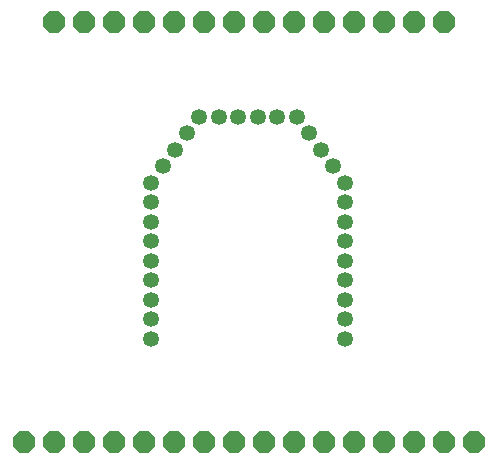
<source format=gbr>
G04 EAGLE Gerber RS-274X export*
G75*
%MOMM*%
%FSLAX34Y34*%
%LPD*%
%INBottom Copper*%
%IPPOS*%
%AMOC8*
5,1,8,0,0,1.08239X$1,22.5*%
G01*
%ADD10C,1.350000*%
%ADD11P,1.979475X8X202.500000*%
%ADD12P,1.979475X8X292.500000*%
%ADD13P,1.979475X8X112.500000*%


D10*
X130810Y113284D03*
X140970Y259334D03*
X151130Y273304D03*
X161290Y287274D03*
X171450Y301244D03*
X187960Y301244D03*
X204470Y301244D03*
X220980Y301244D03*
X237490Y301244D03*
X254000Y301244D03*
X264160Y287274D03*
X130810Y129794D03*
X274320Y273304D03*
X284480Y259334D03*
X294640Y245364D03*
X294640Y228854D03*
X294640Y212344D03*
X130810Y146304D03*
X130810Y162814D03*
X130810Y179324D03*
X130810Y195834D03*
X130810Y212344D03*
X130810Y228854D03*
X130810Y245364D03*
X294640Y195834D03*
X294640Y179324D03*
X294640Y162814D03*
X294640Y146304D03*
X294640Y129794D03*
X294640Y113284D03*
D11*
X124460Y25908D03*
X99060Y25908D03*
D12*
X73660Y25908D03*
X48260Y25908D03*
X22860Y25908D03*
D13*
X149860Y25908D03*
X175260Y25908D03*
X200660Y25908D03*
X48260Y381254D03*
X73660Y381254D03*
X99060Y381254D03*
X124460Y381254D03*
X149860Y381254D03*
X175260Y381254D03*
X200660Y381254D03*
X226060Y381254D03*
X251460Y381254D03*
X276860Y381254D03*
X302260Y381254D03*
X327660Y381254D03*
X353060Y381254D03*
X378460Y381254D03*
X226060Y25908D03*
X251460Y25908D03*
X276860Y25908D03*
D12*
X403860Y25654D03*
X378460Y25654D03*
X353060Y25654D03*
X327660Y25654D03*
X302260Y25654D03*
M02*

</source>
